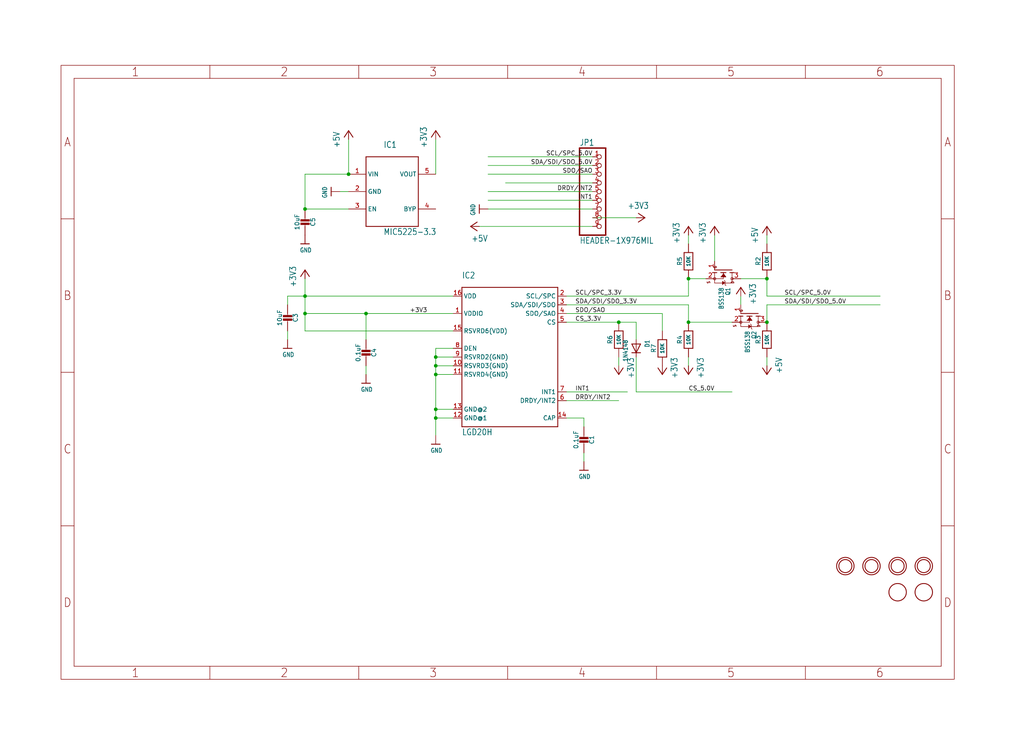
<source format=kicad_sch>
(kicad_sch (version 20211123) (generator eeschema)
  (paper "User" 298.45 217.881)
  (lib_symbols
    (symbol "eagleSchem-eagle-import:+3V3" (power)
      (property "Value" "+3V3" (at -2.54 -5.08 90))
      (symbol "+3V3_1_0"
        (polyline (pts (xy 0 0) (xy -1.27 -1.905)) (stroke (width 0.254)))
        (polyline (pts (xy 1.27 -1.905) (xy 0 0)) (stroke (width 0.254)))
        (pin power_in line (at 0 -2.54 90) (length 2.54) (name "+3V3") (number "1"))
      )
    )
    (symbol "eagleSchem-eagle-import:+5V" (power)
      (property "Value" "+5V" (at -2.54 -5.08 90))
      (symbol "+5V_1_0"
        (polyline (pts (xy 0 0) (xy -1.27 -1.905)) (stroke (width 0.254)))
        (polyline (pts (xy 1.27 -1.905) (xy 0 0)) (stroke (width 0.254)))
        (pin power_in line (at 0 -2.54 90) (length 2.54) (name "+5V") (number "1"))
      )
    )
    (symbol "eagleSchem-eagle-import:CAP_CERAMIC0805-NOOUTLINE"
      (property "Reference" "C" (at -2.29 1.25 90))
      (property "Value" "CAP_CERAMIC0805-NOOUTLINE" (at 2.3 1.25 90))
      (symbol "CAP_CERAMIC0805-NOOUTLINE_1_0"
        (rectangle (start -1.27 0.508) (end 1.27 1.016) (fill (type outline)))
        (rectangle (start -1.27 1.524) (end 1.27 2.032) (fill (type outline)))
        (polyline (pts (xy 0 0.762) (xy 0 0)) (stroke (width 0.1524)))
        (polyline (pts (xy 0 2.54) (xy 0 1.778)) (stroke (width 0.1524)))
        (pin passive line (at 0 5.08 270) (length 2.54) (name "1") (number "1"))
        (pin passive line (at 0 -2.54 90) (length 2.54) (name "2") (number "2"))
      )
    )
    (symbol "eagleSchem-eagle-import:DIODESOD-323F"
      (property "Reference" "D" (at -2.54 2.54 0))
      (property "Value" "DIODESOD-323F" (at -2.54 -3.81 0))
      (symbol "DIODESOD-323F_1_0"
        (polyline (pts (xy -1.27 -1.27) (xy 1.27 0)) (stroke (width 0.254)))
        (polyline (pts (xy -1.27 1.27) (xy -1.27 -1.27)) (stroke (width 0.254)))
        (polyline (pts (xy 1.27 0) (xy -1.27 1.27)) (stroke (width 0.254)))
        (polyline (pts (xy 1.27 0) (xy 1.27 -1.27)) (stroke (width 0.254)))
        (polyline (pts (xy 1.27 1.27) (xy 1.27 0)) (stroke (width 0.254)))
        (pin passive line (at -2.54 0 0) (length 2.54) (name "A") (number "A"))
        (pin passive line (at 2.54 0 180) (length 2.54) (name "C") (number "C"))
      )
    )
    (symbol "eagleSchem-eagle-import:FIDUCIAL"
      (symbol "FIDUCIAL_1_0"
        (circle (center 0 0) (radius 2.54) (stroke (width 0.254)))
      )
    )
    (symbol "eagleSchem-eagle-import:FRAME_A4"
      (symbol "FRAME_A4_0_0"
        (polyline (pts (xy 0 44.7675) (xy 3.81 44.7675)))
        (polyline (pts (xy 0 89.535) (xy 3.81 89.535)))
        (polyline (pts (xy 0 134.3025) (xy 3.81 134.3025)))
        (polyline (pts (xy 3.81 3.81) (xy 3.81 175.26)))
        (polyline (pts (xy 43.3917 0) (xy 43.3917 3.81)))
        (polyline (pts (xy 43.3917 175.26) (xy 43.3917 179.07)))
        (polyline (pts (xy 86.7833 0) (xy 86.7833 3.81)))
        (polyline (pts (xy 86.7833 175.26) (xy 86.7833 179.07)))
        (polyline (pts (xy 130.175 0) (xy 130.175 3.81)))
        (polyline (pts (xy 130.175 175.26) (xy 130.175 179.07)))
        (polyline (pts (xy 173.5667 0) (xy 173.5667 3.81)))
        (polyline (pts (xy 173.5667 175.26) (xy 173.5667 179.07)))
        (polyline (pts (xy 216.9583 0) (xy 216.9583 3.81)))
        (polyline (pts (xy 216.9583 175.26) (xy 216.9583 179.07)))
        (polyline (pts (xy 256.54 3.81) (xy 3.81 3.81)))
        (polyline (pts (xy 256.54 3.81) (xy 256.54 175.26)))
        (polyline (pts (xy 256.54 44.7675) (xy 260.35 44.7675)))
        (polyline (pts (xy 256.54 89.535) (xy 260.35 89.535)))
        (polyline (pts (xy 256.54 134.3025) (xy 260.35 134.3025)))
        (polyline (pts (xy 256.54 175.26) (xy 3.81 175.26)))
        (polyline (pts (xy 0 0) (xy 260.35 0) (xy 260.35 179.07) (xy 0 179.07) (xy 0 0)))
        (text "1" (at 21.6958 1.905 0) (effects (font (size 2.54 2.286))))
        (text "1" (at 21.6958 177.165 0) (effects (font (size 2.54 2.286))))
        (text "2" (at 65.0875 1.905 0) (effects (font (size 2.54 2.286))))
        (text "2" (at 65.0875 177.165 0) (effects (font (size 2.54 2.286))))
        (text "3" (at 108.4792 1.905 0) (effects (font (size 2.54 2.286))))
        (text "3" (at 108.4792 177.165 0) (effects (font (size 2.54 2.286))))
        (text "4" (at 151.8708 1.905 0) (effects (font (size 2.54 2.286))))
        (text "4" (at 151.8708 177.165 0) (effects (font (size 2.54 2.286))))
        (text "5" (at 195.2625 1.905 0) (effects (font (size 2.54 2.286))))
        (text "5" (at 195.2625 177.165 0) (effects (font (size 2.54 2.286))))
        (text "6" (at 238.6542 1.905 0) (effects (font (size 2.54 2.286))))
        (text "6" (at 238.6542 177.165 0) (effects (font (size 2.54 2.286))))
        (text "A" (at 1.905 156.6863 0) (effects (font (size 2.54 2.286))))
        (text "A" (at 258.445 156.6863 0) (effects (font (size 2.54 2.286))))
        (text "B" (at 1.905 111.9188 0) (effects (font (size 2.54 2.286))))
        (text "B" (at 258.445 111.9188 0) (effects (font (size 2.54 2.286))))
        (text "C" (at 1.905 67.1513 0) (effects (font (size 2.54 2.286))))
        (text "C" (at 258.445 67.1513 0) (effects (font (size 2.54 2.286))))
        (text "D" (at 1.905 22.3838 0) (effects (font (size 2.54 2.286))))
        (text "D" (at 258.445 22.3838 0) (effects (font (size 2.54 2.286))))
      )
      (symbol "FRAME_A4_1_0"
        (polyline (pts (xy 256.54 3.81) (xy 256.54 8.89)) (stroke (width 0.1016)))
        (polyline (pts (xy 256.54 8.89) (xy 256.54 13.97)) (stroke (width 0.1016)))
        (polyline (pts (xy 256.54 13.97) (xy 256.54 19.05)) (stroke (width 0.1016)))
        (polyline (pts (xy 256.54 19.05) (xy 256.54 36.83)) (stroke (width 0.1016)))
      )
      (symbol "FRAME_A4_2_0"
        (polyline (pts (xy 1.27 -6.35) (xy 1.27 0)) (stroke (width 0.1016)))
        (polyline (pts (xy 1.27 0) (xy 82.55 0)) (stroke (width 0.1016)))
        (polyline (pts (xy 82.55 -6.35) (xy 1.27 -6.35)) (stroke (width 0.1016)))
        (polyline (pts (xy 82.55 0) (xy 82.55 -6.35)) (stroke (width 0.1016)))
        (text "PART OR WHOLE IS STRICTLY PROHIBITED WITHOUT WRITTEN PERMISSION!" (at 3.81 -5.08 0) (effects (font (size 1.27 1.0795)) (justify left bottom)))
        (text "PROPRIETARY" (at 3.81 -10.16 0) (effects (font (size 2.54 2.159) (thickness 0.4318) bold) (justify left bottom)))
        (text "THIS DRAWING CONTAINS CONFIDENTIAL INFORMATION. ANY REPRODUCTION IN" (at 3.81 -2.794 0) (effects (font (size 1.27 1.0795)) (justify left bottom)))
      )
      (symbol "FRAME_A4_3_0"
        (polyline (pts (xy 0 1.27) (xy 20.32 1.27)) (stroke (width 0.6096)))
        (polyline (pts (xy 0 10.16) (xy 0 1.27)) (stroke (width 0.6096)))
        (polyline (pts (xy 0 10.16) (xy 20.32 10.16)) (stroke (width 0.3048)))
        (polyline (pts (xy 0 19.05) (xy 0 10.16)) (stroke (width 0.6096)))
        (polyline (pts (xy 0 19.05) (xy 20.32 19.05)) (stroke (width 0.3048)))
        (polyline (pts (xy 0 27.94) (xy 0 19.05)) (stroke (width 0.6096)))
        (polyline (pts (xy 0 27.94) (xy 20.32 27.94)) (stroke (width 0.3048)))
        (polyline (pts (xy 0 34.29) (xy 0 27.94)) (stroke (width 0.6096)))
        (polyline (pts (xy 20.32 1.27) (xy 20.32 6.35)) (stroke (width 0.3048)))
        (polyline (pts (xy 20.32 1.27) (xy 95.885 1.27)) (stroke (width 0.6096)))
        (polyline (pts (xy 20.32 6.35) (xy 20.32 10.16)) (stroke (width 0.3048)))
        (polyline (pts (xy 20.32 6.35) (xy 88.9 6.35)) (stroke (width 0.3048)))
        (polyline (pts (xy 20.32 10.16) (xy 20.32 19.05)) (stroke (width 0.3048)))
        (polyline (pts (xy 20.32 16.51) (xy 20.32 19.05)) (stroke (width 0.3048)))
        (polyline (pts (xy 20.32 19.05) (xy 20.32 27.94)) (stroke (width 0.3048)))
        (polyline (pts (xy 20.32 27.94) (xy 20.32 34.29)) (stroke (width 0.3048)))
        (polyline (pts (xy 20.32 27.94) (xy 65.0875 27.94)) (stroke (width 0.3048)))
        (polyline (pts (xy 20.32 34.29) (xy 0 34.29)) (stroke (width 0.6096)))
        (polyline (pts (xy 65.0875 27.94) (xy 106.045 27.94)) (stroke (width 0.3048)))
        (polyline (pts (xy 65.0875 34.29) (xy 20.32 34.29)) (stroke (width 0.6096)))
        (polyline (pts (xy 88.9 6.35) (xy 95.885 6.35)) (stroke (width 0.3048)))
        (polyline (pts (xy 88.9 16.51) (xy 20.32 16.51)) (stroke (width 0.3048)))
        (polyline (pts (xy 88.9 16.51) (xy 88.9 6.35)) (stroke (width 0.3048)))
        (polyline (pts (xy 95.885 1.27) (xy 121.92 1.27)) (stroke (width 0.6096)))
        (polyline (pts (xy 95.885 6.35) (xy 95.885 1.27)) (stroke (width 0.3048)))
        (polyline (pts (xy 95.885 6.35) (xy 121.92 6.35)) (stroke (width 0.3048)))
        (polyline (pts (xy 101.6 13.0175) (xy 102.5525 13.0175)) (stroke (width 0.254)))
        (polyline (pts (xy 106.045 27.94) (xy 106.045 34.29)) (stroke (width 0.3048)))
        (polyline (pts (xy 106.045 27.94) (xy 110.49 27.94)) (stroke (width 0.3048)))
        (polyline (pts (xy 106.045 34.29) (xy 65.0875 34.29)) (stroke (width 0.6096)))
        (polyline (pts (xy 110.49 16.51) (xy 88.9 16.51)) (stroke (width 0.3048)))
        (polyline (pts (xy 110.49 27.94) (xy 110.49 16.51)) (stroke (width 0.3048)))
        (polyline (pts (xy 110.49 27.94) (xy 113.03 27.94)) (stroke (width 0.3048)))
        (polyline (pts (xy 113.03 27.94) (xy 121.92 27.94)) (stroke (width 0.3048)))
        (polyline (pts (xy 113.03 34.29) (xy 106.045 34.29)) (stroke (width 0.6096)))
        (polyline (pts (xy 121.92 6.35) (xy 121.92 1.27)) (stroke (width 0.6096)))
        (polyline (pts (xy 121.92 16.51) (xy 110.49 16.51)) (stroke (width 0.3048)))
        (polyline (pts (xy 121.92 16.51) (xy 121.92 6.35)) (stroke (width 0.6096)))
        (polyline (pts (xy 121.92 27.94) (xy 121.92 16.51)) (stroke (width 0.6096)))
        (polyline (pts (xy 121.92 34.29) (xy 113.03 34.29)) (stroke (width 0.6096)))
        (polyline (pts (xy 121.92 34.29) (xy 121.92 27.94)) (stroke (width 0.6096)))
        (circle (center 109.5375 31.115) (radius 1.4199) (stroke (width 0.254)))
        (text "2013" (at 112.7125 30.1625 0) (effects (font (size 1.778 1.5113)) (justify left bottom)))
        (text ">CHECKED" (at 2.54 11.43 0) (effects (font (size 1.778 1.5113)) (justify left bottom)))
        (text ">COMPANY" (at 23.6538 29.3687 0) (effects (font (size 3.175 2.6987) (thickness 0.5397) bold) (justify left bottom)))
        (text ">DATE" (at 2.54 2.54 0) (effects (font (size 1.778 1.5113)) (justify left bottom)))
        (text ">DRAWING_NAME" (at 33.3375 2.54 0) (effects (font (size 2.54 2.159)) (justify left bottom)))
        (text ">DRAWN" (at 2.54 20.32 0) (effects (font (size 1.778 1.5113)) (justify left bottom)))
        (text ">DRGNO" (at 91.44 8.89 0) (effects (font (size 2.1844 1.8567)) (justify left bottom)))
        (text ">LAST_DATE_TIME" (at 33.02 8.89 0) (effects (font (size 2.54 2.159)) (justify left bottom)))
        (text ">REV" (at 114.3 18.415 0) (effects (font (size 3.81 3.2385)) (justify left bottom)))
        (text ">SHEET" (at 109.22 2.54 0) (effects (font (size 2.54 2.54)) (justify left bottom)))
        (text "C" (at 109.0612 30.48 0) (effects (font (size 1.27 1.0795)) (justify left bottom)))
        (text "CHECKED" (at 1.27 15.875 0) (effects (font (size 1.778 1.5113)) (justify left bottom)))
        (text "DATE" (at 1.27 6.985 0) (effects (font (size 1.778 1.5113)) (justify left bottom)))
        (text "DATE" (at 21.59 12.7 0) (effects (font (size 2.54 2.54)) (justify left bottom)))
        (text "DRAWN" (at 1.27 24.765 0) (effects (font (size 1.778 1.5113)) (justify left bottom)))
        (text "DRG" (at 90.17 12.7 0) (effects (font (size 2.54 2.54)) (justify left bottom)))
        (text "FILE:" (at 21.59 2.54 0) (effects (font (size 2.54 2.54)) (justify left bottom)))
        (text "ISSUE" (at 5.3975 30.1625 0) (effects (font (size 1.9304 1.6408)) (justify left bottom)))
        (text "N" (at 98.7425 12.7 0) (effects (font (size 2.54 2.54)) (justify left bottom)))
        (text "o" (at 101.2825 13.6525 0) (effects (font (size 2.1844 1.8567)) (justify left bottom)))
        (text "PAGE:" (at 97.155 2.54 0) (effects (font (size 2.54 2.54)) (justify left bottom)))
        (text "REV" (at 112.7125 24.13 0) (effects (font (size 2.54 2.54)) (justify left bottom)))
        (text "TITLE" (at 21.59 24.13 0) (effects (font (size 2.54 2.54)) (justify left bottom)))
      )
    )
    (symbol "eagleSchem-eagle-import:GND" (power)
      (property "Value" "GND" (at -1.524 -2.54 0))
      (symbol "GND_1_0"
        (polyline (pts (xy -1.27 0) (xy 1.27 0)) (stroke (width 0.254)))
        (pin power_in line (at 0 2.54 270) (length 2.54) (name "GND") (number "1"))
      )
    )
    (symbol "eagleSchem-eagle-import:GYRO_L3GD20H"
      (property "Value" "GYRO_L3GD20H" (at -15.24 -22.86 0))
      (symbol "GYRO_L3GD20H_1_0"
        (polyline (pts (xy -15.24 -20.32) (xy -15.24 20.32)) (stroke (width 0.254)))
        (polyline (pts (xy -15.24 20.32) (xy 12.7 20.32)) (stroke (width 0.254)))
        (polyline (pts (xy 12.7 -20.32) (xy -15.24 -20.32)) (stroke (width 0.254)))
        (polyline (pts (xy 12.7 20.32) (xy 12.7 -20.32)) (stroke (width 0.254)))
        (pin power_in line (at -17.78 12.7 0) (length 2.54) (name "VDDIO") (number "1"))
        (pin bidirectional line (at -17.78 -2.54 0) (length 2.54) (name "RSVRD3(GND)") (number "10"))
        (pin bidirectional line (at -17.78 -5.08 0) (length 2.54) (name "RSVRD4(GND)") (number "11"))
        (pin bidirectional line (at -17.78 -17.78 0) (length 2.54) (name "GND@1") (number "12"))
        (pin bidirectional line (at -17.78 -15.24 0) (length 2.54) (name "GND@2") (number "13"))
        (pin bidirectional line (at 15.24 -17.78 180) (length 2.54) (name "CAP") (number "14"))
        (pin bidirectional line (at -17.78 7.62 0) (length 2.54) (name "RSVRD6(VDD)") (number "15"))
        (pin bidirectional line (at -17.78 17.78 0) (length 2.54) (name "VDD") (number "16"))
        (pin bidirectional line (at 15.24 17.78 180) (length 2.54) (name "SCL/SPC") (number "2"))
        (pin bidirectional line (at 15.24 15.24 180) (length 2.54) (name "SDA/SDI/SDO") (number "3"))
        (pin bidirectional line (at 15.24 12.7 180) (length 2.54) (name "SDO/SAO") (number "4"))
        (pin bidirectional line (at 15.24 10.16 180) (length 2.54) (name "CS") (number "5"))
        (pin bidirectional line (at 15.24 -12.7 180) (length 2.54) (name "DRDY/INT2") (number "6"))
        (pin bidirectional line (at 15.24 -10.16 180) (length 2.54) (name "INT1") (number "7"))
        (pin bidirectional line (at -17.78 2.54 0) (length 2.54) (name "DEN") (number "8"))
        (pin bidirectional line (at -17.78 0 0) (length 2.54) (name "RSVRD2(GND)") (number "9"))
      )
    )
    (symbol "eagleSchem-eagle-import:HEADER-1X976MIL"
      (property "Reference" "JP" (at -6.35 13.335 0))
      (property "Value" "HEADER-1X976MIL" (at -6.35 -15.24 0))
      (symbol "HEADER-1X976MIL_1_0"
        (polyline (pts (xy -6.35 -12.7) (xy 1.27 -12.7)) (stroke (width 0.4064)))
        (polyline (pts (xy -6.35 12.7) (xy -6.35 -12.7)) (stroke (width 0.4064)))
        (polyline (pts (xy 1.27 -12.7) (xy 1.27 12.7)) (stroke (width 0.4064)))
        (polyline (pts (xy 1.27 12.7) (xy -6.35 12.7)) (stroke (width 0.4064)))
        (pin passive inverted (at -2.54 10.16 0) (length 2.54) (name "1") (number "1"))
        (pin passive inverted (at -2.54 7.62 0) (length 2.54) (name "2") (number "2"))
        (pin passive inverted (at -2.54 5.08 0) (length 2.54) (name "3") (number "3"))
        (pin passive inverted (at -2.54 2.54 0) (length 2.54) (name "4") (number "4"))
        (pin passive inverted (at -2.54 0 0) (length 2.54) (name "5") (number "5"))
        (pin passive inverted (at -2.54 -2.54 0) (length 2.54) (name "6") (number "6"))
        (pin passive inverted (at -2.54 -5.08 0) (length 2.54) (name "7") (number "7"))
        (pin passive inverted (at -2.54 -7.62 0) (length 2.54) (name "8") (number "8"))
        (pin passive inverted (at -2.54 -10.16 0) (length 2.54) (name "9") (number "9"))
      )
    )
    (symbol "eagleSchem-eagle-import:LP298XS"
      (property "Reference" "IC" (at -12.7 -5.08 90))
      (property "Value" "LP298XS" (at 12.7 -5.08 90))
      (symbol "LP298XS_1_0"
        (polyline (pts (xy -10.16 -10.16) (xy 10.16 -10.16)) (stroke (width 0.254)))
        (polyline (pts (xy -10.16 5.08) (xy -10.16 -10.16)) (stroke (width 0.254)))
        (polyline (pts (xy 10.16 -10.16) (xy 10.16 5.08)) (stroke (width 0.254)))
        (polyline (pts (xy 10.16 5.08) (xy -10.16 5.08)) (stroke (width 0.254)))
        (pin bidirectional line (at -5.08 -15.24 90) (length 5.08) (name "VIN") (number "1"))
        (pin bidirectional line (at 0 -15.24 90) (length 5.08) (name "GND") (number "2"))
        (pin bidirectional line (at 5.08 -15.24 90) (length 5.08) (name "EN") (number "3"))
        (pin bidirectional line (at 5.08 10.16 270) (length 5.08) (name "BYP") (number "4"))
        (pin bidirectional line (at -5.08 10.16 270) (length 5.08) (name "VOUT") (number "5"))
      )
    )
    (symbol "eagleSchem-eagle-import:MOSFET-NREFLOW"
      (property "Reference" "Q" (at 5.08 0.635 0))
      (property "Value" "MOSFET-NREFLOW" (at 5.08 -1.27 0))
      (symbol "MOSFET-NREFLOW_1_0"
        (polyline (pts (xy 0 2.54) (xy 0 -2.54)) (stroke (width 0.254)))
        (polyline (pts (xy 0.762 -2.54) (xy 0.762 -3.175)) (stroke (width 0.254)))
        (polyline (pts (xy 0.762 -1.905) (xy 0.762 -2.54)) (stroke (width 0.254)))
        (polyline (pts (xy 0.762 0) (xy 0.762 -0.762)) (stroke (width 0.254)))
        (polyline (pts (xy 0.762 0) (xy 2.54 0)) (stroke (width 0.1524)))
        (polyline (pts (xy 0.762 0.762) (xy 0.762 0)) (stroke (width 0.254)))
        (polyline (pts (xy 0.762 2.54) (xy 0.762 1.905)) (stroke (width 0.254)))
        (polyline (pts (xy 0.762 2.54) (xy 3.81 2.54)) (stroke (width 0.1524)))
        (polyline (pts (xy 0.762 3.175) (xy 0.762 2.54)) (stroke (width 0.254)))
        (polyline (pts (xy 2.54 -2.54) (xy 0.762 -2.54)) (stroke (width 0.1524)))
        (polyline (pts (xy 2.54 -2.54) (xy 3.81 -2.54)) (stroke (width 0.1524)))
        (polyline (pts (xy 2.54 0) (xy 2.54 -2.54)) (stroke (width 0.1524)))
        (polyline (pts (xy 3.302 0.508) (xy 3.048 0.254)) (stroke (width 0.1524)))
        (polyline (pts (xy 3.81 0.508) (xy 3.302 0.508)) (stroke (width 0.1524)))
        (polyline (pts (xy 3.81 0.508) (xy 3.81 -2.54)) (stroke (width 0.1524)))
        (polyline (pts (xy 3.81 2.54) (xy 3.81 0.508)) (stroke (width 0.1524)))
        (polyline (pts (xy 4.318 0.508) (xy 3.81 0.508)) (stroke (width 0.1524)))
        (polyline (pts (xy 4.572 0.762) (xy 4.318 0.508)) (stroke (width 0.1524)))
        (polyline (pts (xy 1.016 0) (xy 2.032 0.762) (xy 2.032 -0.762)) (fill (type outline)))
        (polyline (pts (xy 3.81 0.508) (xy 3.302 -0.254) (xy 4.318 -0.254)) (fill (type outline)))
        (circle (center 2.54 -2.54) (radius 0.3592))
        (circle (center 2.54 2.54) (radius 0.3592))
        (text "D" (at 3.175 3.175 0) (effects (font (size 0.8128 0.6908)) (justify left bottom)))
        (text "G" (at -1.27 -1.905 0) (effects (font (size 0.8128 0.6908)) (justify left bottom)))
        (text "S" (at 3.175 -3.81 0) (effects (font (size 0.8128 0.6908)) (justify left bottom)))
        (pin bidirectional line (at -2.54 -2.54 0) (length 2.54) (name "G") (number "1"))
        (pin bidirectional line (at 2.54 -5.08 90) (length 2.54) (name "S") (number "2"))
        (pin bidirectional line (at 2.54 5.08 270) (length 2.54) (name "D") (number "3"))
      )
    )
    (symbol "eagleSchem-eagle-import:MOUNTINGHOLE2.0"
      (symbol "MOUNTINGHOLE2.0_1_0"
        (circle (center 0 0) (radius 1.905) (stroke (width 0.254)))
        (circle (center 0 0) (radius 2.54) (stroke (width 0.254)))
      )
    )
    (symbol "eagleSchem-eagle-import:RESISTOR0805_NOOUTLINE"
      (property "Reference" "R" (at 0 2.54 0))
      (property "Value" "RESISTOR0805_NOOUTLINE" (at 0 0 0))
      (symbol "RESISTOR0805_NOOUTLINE_1_0"
        (polyline (pts (xy -2.54 -1.27) (xy -2.54 1.27)) (stroke (width 0.254)))
        (polyline (pts (xy -2.54 1.27) (xy 2.54 1.27)) (stroke (width 0.254)))
        (polyline (pts (xy 2.54 -1.27) (xy -2.54 -1.27)) (stroke (width 0.254)))
        (polyline (pts (xy 2.54 1.27) (xy 2.54 -1.27)) (stroke (width 0.254)))
        (pin passive line (at -5.08 0 0) (length 2.54) (name "1") (number "1"))
        (pin passive line (at 5.08 0 180) (length 2.54) (name "2") (number "2"))
      )
    )
    (symbol "eagleSchem-eagle-import:RESISTOR_0805MP"
      (property "Reference" "R" (at 0 2.54 0))
      (property "Value" "RESISTOR_0805MP" (at 0 0 0))
      (symbol "RESISTOR_0805MP_1_0"
        (polyline (pts (xy -2.54 -1.27) (xy -2.54 1.27)) (stroke (width 0.254)))
        (polyline (pts (xy -2.54 1.27) (xy 2.54 1.27)) (stroke (width 0.254)))
        (polyline (pts (xy 2.54 -1.27) (xy -2.54 -1.27)) (stroke (width 0.254)))
        (polyline (pts (xy 2.54 1.27) (xy 2.54 -1.27)) (stroke (width 0.254)))
        (pin passive line (at -5.08 0 0) (length 2.54) (name "1") (number "1"))
        (pin passive line (at 5.08 0 180) (length 2.54) (name "2") (number "2"))
      )
    )
  )
  (junction (at 127 109.22))
  (junction (at 180.34 93.98))
  (junction (at 88.9 91.44))
  (junction (at 101.6 50.8))
  (junction (at 127 104.14))
  (junction (at 223.52 93.98))
  (junction (at 223.52 81.28))
  (junction (at 127 106.68))
  (junction (at 127 119.38))
  (junction (at 200.66 81.28))
  (junction (at 127 121.92))
  (junction (at 200.66 93.98))
  (junction (at 106.68 91.44))
  (junction (at 88.9 60.96))
  (junction (at 88.9 86.36))
  (wire (pts (xy 132.08 96.52) (xy 88.9 96.52)))
  (wire (pts (xy 132.08 119.38) (xy 127 119.38)))
  (wire (pts (xy 172.72 48.26) (xy 142.24 48.26)))
  (wire (pts (xy 127 104.14) (xy 127 106.68)))
  (wire (pts (xy 101.6 40.64) (xy 101.6 50.8)))
  (wire (pts (xy 185.42 63.5) (xy 172.72 63.5)))
  (wire (pts (xy 106.68 106.68) (xy 106.68 109.22)))
  (wire (pts (xy 223.52 81.28) (xy 223.52 86.36)))
  (wire (pts (xy 165.1 93.98) (xy 180.34 93.98)))
  (wire (pts (xy 88.9 86.36) (xy 83.82 86.36)))
  (wire (pts (xy 127 121.92) (xy 127 127)))
  (wire (pts (xy 88.9 91.44) (xy 88.9 86.36)))
  (wire (pts (xy 132.08 121.92) (xy 127 121.92)))
  (wire (pts (xy 223.52 93.98) (xy 223.52 88.9)))
  (wire (pts (xy 99.06 55.88) (xy 101.6 55.88)))
  (wire (pts (xy 208.28 76.2) (xy 208.28 68.58)))
  (wire (pts (xy 223.52 106.68) (xy 223.52 104.14)))
  (wire (pts (xy 142.24 50.8) (xy 172.72 50.8)))
  (wire (pts (xy 83.82 96.52) (xy 83.82 99.06)))
  (wire (pts (xy 256.54 88.9) (xy 223.52 88.9)))
  (wire (pts (xy 127 106.68) (xy 127 109.22)))
  (wire (pts (xy 132.08 104.14) (xy 127 104.14)))
  (wire (pts (xy 106.68 91.44) (xy 88.9 91.44)))
  (wire (pts (xy 170.18 121.92) (xy 165.1 121.92)))
  (wire (pts (xy 127 101.6) (xy 127 104.14)))
  (wire (pts (xy 185.42 114.3) (xy 213.36 114.3)))
  (wire (pts (xy 127 119.38) (xy 127 121.92)))
  (wire (pts (xy 147.32 53.34) (xy 172.72 53.34)))
  (wire (pts (xy 213.36 93.98) (xy 200.66 93.98)))
  (wire (pts (xy 165.1 91.44) (xy 193.04 91.44)))
  (wire (pts (xy 139.7 66.04) (xy 172.72 66.04)))
  (wire (pts (xy 88.9 81.28) (xy 88.9 86.36)))
  (wire (pts (xy 165.1 114.3) (xy 182.88 114.3)))
  (wire (pts (xy 200.66 68.58) (xy 200.66 71.12)))
  (wire (pts (xy 142.24 45.72) (xy 172.72 45.72)))
  (wire (pts (xy 185.42 104.14) (xy 185.42 114.3)))
  (wire (pts (xy 170.18 132.08) (xy 170.18 134.62)))
  (wire (pts (xy 132.08 109.22) (xy 127 109.22)))
  (wire (pts (xy 170.18 124.46) (xy 170.18 121.92)))
  (wire (pts (xy 165.1 116.84) (xy 180.34 116.84)))
  (wire (pts (xy 132.08 91.44) (xy 106.68 91.44)))
  (wire (pts (xy 88.9 50.8) (xy 101.6 50.8)))
  (wire (pts (xy 200.66 86.36) (xy 200.66 81.28)))
  (wire (pts (xy 223.52 86.36) (xy 256.54 86.36)))
  (wire (pts (xy 200.66 81.28) (xy 205.74 81.28)))
  (wire (pts (xy 88.9 60.96) (xy 88.9 50.8)))
  (wire (pts (xy 185.42 93.98) (xy 185.42 99.06)))
  (wire (pts (xy 165.1 88.9) (xy 200.66 88.9)))
  (wire (pts (xy 88.9 96.52) (xy 88.9 91.44)))
  (wire (pts (xy 165.1 86.36) (xy 200.66 86.36)))
  (wire (pts (xy 223.52 68.58) (xy 223.52 71.12)))
  (wire (pts (xy 142.24 58.42) (xy 172.72 58.42)))
  (wire (pts (xy 101.6 60.96) (xy 88.9 60.96)))
  (wire (pts (xy 193.04 91.44) (xy 193.04 96.52)))
  (wire (pts (xy 127 40.64) (xy 127 50.8)))
  (wire (pts (xy 83.82 86.36) (xy 83.82 88.9)))
  (wire (pts (xy 106.68 91.44) (xy 106.68 99.06)))
  (wire (pts (xy 132.08 101.6) (xy 127 101.6)))
  (wire (pts (xy 132.08 106.68) (xy 127 106.68)))
  (wire (pts (xy 127 109.22) (xy 127 119.38)))
  (wire (pts (xy 142.24 55.88) (xy 172.72 55.88)))
  (wire (pts (xy 215.9 86.36) (xy 215.9 88.9)))
  (wire (pts (xy 180.34 106.68) (xy 180.34 104.14)))
  (wire (pts (xy 142.24 60.96) (xy 172.72 60.96)))
  (wire (pts (xy 200.66 106.68) (xy 200.66 104.14)))
  (wire (pts (xy 200.66 93.98) (xy 200.66 88.9)))
  (wire (pts (xy 180.34 93.98) (xy 185.42 93.98)))
  (wire (pts (xy 132.08 86.36) (xy 88.9 86.36)))
  (wire (pts (xy 215.9 81.28) (xy 223.52 81.28)))
  (label "SCL/SPC_5.0V" (at 228.6 86.36 0) (effects (font (size 1.2446 1.2446))))
  (label "SDA/SDI/SDO_5.0V" (at 172.72 48.26 180) (effects (font (size 1.2446 1.2446))))
  (label "SDO/SAO" (at 167.64 91.44 0) (effects (font (size 1.2446 1.2446))))
  (label "SDA/SDI/SDO_5.0V" (at 228.6 88.9 0) (effects (font (size 1.2446 1.2446))))
  (label "SDO/SAO" (at 172.72 50.8 180) (effects (font (size 1.2446 1.2446))))
  (label "CS_3.3V" (at 167.64 93.98 0) (effects (font (size 1.2446 1.2446))))
  (label "+3V3" (at 119.38 91.44 0) (effects (font (size 1.2446 1.2446))))
  (label "CS_5.0V" (at 200.66 114.3 0) (effects (font (size 1.2446 1.2446))))
  (label "DRDY/INT2" (at 167.64 116.84 0) (effects (font (size 1.2446 1.2446))))
  (label "SDA/SDI/SDO_3.3V" (at 167.64 88.9 0) (effects (font (size 1.2446 1.2446))))
  (label "DRDY/INT2" (at 172.72 55.88 180) (effects (font (size 1.2446 1.2446))))
  (label "INT1" (at 167.64 114.3 0) (effects (font (size 1.2446 1.2446))))
  (label "SCL/SPC_3.3V" (at 167.64 86.36 0) (effects (font (size 1.2446 1.2446))))
  (label "SCL/SPC_5.0V" (at 172.72 45.72 180) (effects (font (size 1.2446 1.2446))))
  (label "INT1" (at 172.72 58.42 180) (effects (font (size 1.2446 1.2446))))
  (symbol (lib_id "eagleSchem-eagle-import:CAP_CERAMIC0805-NOOUTLINE") (at 88.9 63.5 180) (unit 1)
    (property "Reference" "C5" (at 91.19 64.75 90))
    (property "Value" "10uF" (at 86.6 64.75 90))
    (property "Footprint" "eagleSchem:0805-NO" (effects hide))
  )
  (symbol (lib_id "eagleSchem-eagle-import:RESISTOR_0805MP") (at 223.52 99.06 90) (unit 1)
    (property "Reference" "R3" (at 220.98 99.06 0))
    (property "Value" "10K" (at 223.52 99.06 0) (effects (font (size 1.016 1.016) bold)))
    (property "Footprint" "eagleSchem:_0805MP" (effects hide))
  )
  (symbol (lib_id "eagleSchem-eagle-import:MOUNTINGHOLE2.0") (at 269.24 165.1 0) (unit 1)
    (property "Reference" "U$12" (effects hide))
    (property "Value" "MOUNTINGHOLE2.0" (effects hide))
    (property "Footprint" "eagleSchem:MOUNTINGHOLE_2.0_PLATED" (effects hide))
  )
  (symbol (lib_id "eagleSchem-eagle-import:RESISTOR0805_NOOUTLINE") (at 200.66 76.2 90) (unit 1)
    (property "Reference" "R5" (at 198.12 76.2 0))
    (property "Value" "10K" (at 200.66 76.2 0) (effects (font (size 1.016 1.016) bold)))
    (property "Footprint" "eagleSchem:0805-NO" (effects hide))
  )
  (symbol (lib_id "eagleSchem-eagle-import:MOUNTINGHOLE2.0") (at 254 165.1 0) (unit 1)
    (property "Reference" "U$13" (effects hide))
    (property "Value" "MOUNTINGHOLE2.0" (effects hide))
    (property "Footprint" "eagleSchem:MOUNTINGHOLE_2.0_PLATED" (effects hide))
  )
  (symbol (lib_id "eagleSchem-eagle-import:MOSFET-NREFLOW") (at 210.82 78.74 270) (unit 1)
    (property "Reference" "Q1" (at 211.455 83.82 0) (effects (font (size 1.27 1.0795)) (justify left bottom)))
    (property "Value" "BSS138" (at 209.55 83.82 0) (effects (font (size 1.27 1.0795)) (justify left bottom)))
    (property "Footprint" "eagleSchem:SOT23" (effects hide))
  )
  (symbol (lib_id "eagleSchem-eagle-import:GND") (at 88.9 71.12 0) (unit 1)
    (property "Reference" "#U$8" (effects hide))
    (property "Value" "GND" (at 87.376 73.66 0) (effects (font (size 1.27 1.0795)) (justify left bottom)))
    (property "Footprint" "eagleSchem:" (effects hide))
  )
  (symbol (lib_id "eagleSchem-eagle-import:MOUNTINGHOLE2.0") (at 261.62 165.1 0) (unit 1)
    (property "Reference" "U$11" (effects hide))
    (property "Value" "MOUNTINGHOLE2.0" (effects hide))
    (property "Footprint" "eagleSchem:MOUNTINGHOLE_2.0_PLATED" (effects hide))
  )
  (symbol (lib_id "eagleSchem-eagle-import:MOSFET-NREFLOW") (at 218.44 91.44 270) (unit 1)
    (property "Reference" "Q2" (at 219.075 96.52 0) (effects (font (size 1.27 1.0795)) (justify left bottom)))
    (property "Value" "BSS138" (at 217.17 96.52 0) (effects (font (size 1.27 1.0795)) (justify left bottom)))
    (property "Footprint" "eagleSchem:SOT23" (effects hide))
  )
  (symbol (lib_id "eagleSchem-eagle-import:+3V3") (at 193.04 109.22 180) (unit 1)
    (property "Reference" "#+3V9" (effects hide))
    (property "Value" "+3V3" (at 195.58 104.14 90) (effects (font (size 1.778 1.5113)) (justify left bottom)))
    (property "Footprint" "eagleSchem:" (effects hide))
  )
  (symbol (lib_id "eagleSchem-eagle-import:FIDUCIAL") (at 261.62 172.72 0) (unit 1)
    (property "Reference" "U$16" (effects hide))
    (property "Value" "FIDUCIAL" (effects hide))
    (property "Footprint" "eagleSchem:FIDUCIAL_1MM" (effects hide))
  )
  (symbol (lib_id "eagleSchem-eagle-import:+3V3") (at 200.66 66.04 0) (unit 1)
    (property "Reference" "#+3V4" (effects hide))
    (property "Value" "+3V3" (at 198.12 71.12 90) (effects (font (size 1.778 1.5113)) (justify left bottom)))
    (property "Footprint" "eagleSchem:" (effects hide))
  )
  (symbol (lib_id "eagleSchem-eagle-import:+3V3") (at 180.34 109.22 180) (unit 1)
    (property "Reference" "#+3V1" (effects hide))
    (property "Value" "+3V3" (at 182.88 104.14 90) (effects (font (size 1.778 1.5113)) (justify left bottom)))
    (property "Footprint" "eagleSchem:" (effects hide))
  )
  (symbol (lib_id "eagleSchem-eagle-import:+3V3") (at 215.9 83.82 0) (mirror y) (unit 1)
    (property "Reference" "#+3V3" (effects hide))
    (property "Value" "+3V3" (at 218.44 88.9 90) (effects (font (size 1.778 1.5113)) (justify left bottom)))
    (property "Footprint" "eagleSchem:" (effects hide))
  )
  (symbol (lib_id "eagleSchem-eagle-import:CAP_CERAMIC0805-NOOUTLINE") (at 83.82 91.44 180) (unit 1)
    (property "Reference" "C3" (at 86.11 92.69 90))
    (property "Value" "10uF" (at 81.52 92.69 90))
    (property "Footprint" "eagleSchem:0805-NO" (effects hide))
  )
  (symbol (lib_id "eagleSchem-eagle-import:FIDUCIAL") (at 269.24 172.72 0) (unit 1)
    (property "Reference" "U$15" (effects hide))
    (property "Value" "FIDUCIAL" (effects hide))
    (property "Footprint" "eagleSchem:FIDUCIAL_1MM" (effects hide))
  )
  (symbol (lib_id "eagleSchem-eagle-import:+3V3") (at 187.96 63.5 270) (unit 1)
    (property "Reference" "#+3V8" (effects hide))
    (property "Value" "+3V3" (at 182.88 60.96 90) (effects (font (size 1.778 1.5113)) (justify left bottom)))
    (property "Footprint" "eagleSchem:" (effects hide))
  )
  (symbol (lib_id "eagleSchem-eagle-import:RESISTOR0805_NOOUTLINE") (at 223.52 76.2 90) (unit 1)
    (property "Reference" "R2" (at 220.98 76.2 0))
    (property "Value" "10K" (at 223.52 76.2 0) (effects (font (size 1.016 1.016) bold)))
    (property "Footprint" "eagleSchem:0805-NO" (effects hide))
  )
  (symbol (lib_id "eagleSchem-eagle-import:GYRO_L3GD20H") (at 149.86 104.14 0) (unit 1)
    (property "Reference" "IC2" (at 134.62 81.28 0) (effects (font (size 1.778 1.5113)) (justify left bottom)))
    (property "Value" "LGD20H" (at 134.62 127 0) (effects (font (size 1.778 1.5113)) (justify left bottom)))
    (property "Footprint" "eagleSchem:L3GD20H_LGA16L" (effects hide))
  )
  (symbol (lib_id "eagleSchem-eagle-import:+5V") (at 137.16 66.04 90) (unit 1)
    (property "Reference" "#P+4" (effects hide))
    (property "Value" "+5V" (at 142.24 68.58 90) (effects (font (size 1.778 1.5113)) (justify left bottom)))
    (property "Footprint" "eagleSchem:" (effects hide))
  )
  (symbol (lib_id "eagleSchem-eagle-import:+3V3") (at 88.9 78.74 0) (unit 1)
    (property "Reference" "#+3V7" (effects hide))
    (property "Value" "+3V3" (at 86.36 83.82 90) (effects (font (size 1.778 1.5113)) (justify left bottom)))
    (property "Footprint" "eagleSchem:" (effects hide))
  )
  (symbol (lib_id "eagleSchem-eagle-import:CAP_CERAMIC0805-NOOUTLINE") (at 170.18 127 180) (unit 1)
    (property "Reference" "C1" (at 172.47 128.25 90))
    (property "Value" "0.1uF" (at 167.88 128.25 90))
    (property "Footprint" "eagleSchem:0805-NO" (effects hide))
  )
  (symbol (lib_id "eagleSchem-eagle-import:DIODESOD-323F") (at 185.42 101.6 270) (unit 1)
    (property "Reference" "D1" (at 187.96 99.06 0) (effects (font (size 1.27 1.0795)) (justify left bottom)))
    (property "Value" "1N4148" (at 181.61 99.06 0) (effects (font (size 1.27 1.0795)) (justify left bottom)))
    (property "Footprint" "eagleSchem:SOD-323F" (effects hide))
  )
  (symbol (lib_id "eagleSchem-eagle-import:+5V") (at 101.6 38.1 0) (unit 1)
    (property "Reference" "#P+2" (effects hide))
    (property "Value" "+5V" (at 99.06 43.18 90) (effects (font (size 1.778 1.5113)) (justify left bottom)))
    (property "Footprint" "eagleSchem:" (effects hide))
  )
  (symbol (lib_id "eagleSchem-eagle-import:+3V3") (at 208.28 66.04 0) (unit 1)
    (property "Reference" "#+3V2" (effects hide))
    (property "Value" "+3V3" (at 205.74 71.12 90) (effects (font (size 1.778 1.5113)) (justify left bottom)))
    (property "Footprint" "eagleSchem:" (effects hide))
  )
  (symbol (lib_id "eagleSchem-eagle-import:+3V3") (at 200.66 109.22 180) (unit 1)
    (property "Reference" "#+3V5" (effects hide))
    (property "Value" "+3V3" (at 203.2 104.14 90) (effects (font (size 1.778 1.5113)) (justify left bottom)))
    (property "Footprint" "eagleSchem:" (effects hide))
  )
  (symbol (lib_id "eagleSchem-eagle-import:GND") (at 170.18 137.16 0) (unit 1)
    (property "Reference" "#U$1" (effects hide))
    (property "Value" "GND" (at 168.656 139.7 0) (effects (font (size 1.27 1.0795)) (justify left bottom)))
    (property "Footprint" "eagleSchem:" (effects hide))
  )
  (symbol (lib_id "eagleSchem-eagle-import:GND") (at 139.7 60.96 270) (unit 1)
    (property "Reference" "#U$9" (effects hide))
    (property "Value" "GND" (at 137.16 59.436 0) (effects (font (size 1.27 1.0795)) (justify left bottom)))
    (property "Footprint" "eagleSchem:" (effects hide))
  )
  (symbol (lib_id "eagleSchem-eagle-import:GND") (at 106.68 111.76 0) (unit 1)
    (property "Reference" "#U$7" (effects hide))
    (property "Value" "GND" (at 105.156 114.3 0) (effects (font (size 1.27 1.0795)) (justify left bottom)))
    (property "Footprint" "eagleSchem:" (effects hide))
  )
  (symbol (lib_id "eagleSchem-eagle-import:RESISTOR0805_NOOUTLINE") (at 193.04 101.6 90) (unit 1)
    (property "Reference" "R7" (at 190.5 101.6 0))
    (property "Value" "10K" (at 193.04 101.6 0) (effects (font (size 1.016 1.016) bold)))
    (property "Footprint" "eagleSchem:0805-NO" (effects hide))
  )
  (symbol (lib_id "eagleSchem-eagle-import:+5V") (at 223.52 109.22 180) (unit 1)
    (property "Reference" "#P+3" (effects hide))
    (property "Value" "+5V" (at 226.06 104.14 90) (effects (font (size 1.778 1.5113)) (justify left bottom)))
    (property "Footprint" "eagleSchem:" (effects hide))
  )
  (symbol (lib_id "eagleSchem-eagle-import:MOUNTINGHOLE2.0") (at 246.38 165.1 0) (unit 1)
    (property "Reference" "U$14" (effects hide))
    (property "Value" "MOUNTINGHOLE2.0" (effects hide))
    (property "Footprint" "eagleSchem:MOUNTINGHOLE_2.0_PLATED" (effects hide))
  )
  (symbol (lib_id "eagleSchem-eagle-import:CAP_CERAMIC0805-NOOUTLINE") (at 106.68 101.6 180) (unit 1)
    (property "Reference" "C4" (at 108.97 102.85 90))
    (property "Value" "0.1uF" (at 104.38 102.85 90))
    (property "Footprint" "eagleSchem:0805-NO" (effects hide))
  )
  (symbol (lib_id "eagleSchem-eagle-import:FRAME_A4") (at 17.78 198.12 0) (unit 1)
    (property "Reference" "#FRAME1" (effects hide))
    (property "Value" "FRAME_A4" (effects hide))
    (property "Footprint" "eagleSchem:" (effects hide))
  )
  (symbol (lib_id "eagleSchem-eagle-import:RESISTOR_0805MP") (at 180.34 99.06 90) (unit 1)
    (property "Reference" "R6" (at 177.8 99.06 0))
    (property "Value" "10K" (at 180.34 99.06 0) (effects (font (size 1.016 1.016) bold)))
    (property "Footprint" "eagleSchem:_0805MP" (effects hide))
  )
  (symbol (lib_id "eagleSchem-eagle-import:GND") (at 127 129.54 0) (unit 1)
    (property "Reference" "#U$2" (effects hide))
    (property "Value" "GND" (at 125.476 132.08 0) (effects (font (size 1.27 1.0795)) (justify left bottom)))
    (property "Footprint" "eagleSchem:" (effects hide))
  )
  (symbol (lib_id "eagleSchem-eagle-import:+5V") (at 223.52 66.04 0) (unit 1)
    (property "Reference" "#P+1" (effects hide))
    (property "Value" "+5V" (at 220.98 71.12 90) (effects (font (size 1.778 1.5113)) (justify left bottom)))
    (property "Footprint" "eagleSchem:" (effects hide))
  )
  (symbol (lib_id "eagleSchem-eagle-import:GND") (at 83.82 101.6 0) (unit 1)
    (property "Reference" "#U$6" (effects hide))
    (property "Value" "GND" (at 82.296 104.14 0) (effects (font (size 1.27 1.0795)) (justify left bottom)))
    (property "Footprint" "eagleSchem:" (effects hide))
  )
  (symbol (lib_id "eagleSchem-eagle-import:+3V3") (at 127 38.1 0) (unit 1)
    (property "Reference" "#+3V6" (effects hide))
    (property "Value" "+3V3" (at 124.46 43.18 90) (effects (font (size 1.778 1.5113)) (justify left bottom)))
    (property "Footprint" "eagleSchem:" (effects hide))
  )
  (symbol (lib_id "eagleSchem-eagle-import:LP298XS") (at 116.84 55.88 270) (unit 1)
    (property "Reference" "IC1" (at 111.76 43.18 90) (effects (font (size 1.778 1.5113)) (justify left bottom)))
    (property "Value" "MIC5225-3.3" (at 111.76 68.58 90) (effects (font (size 1.778 1.5113)) (justify left bottom)))
    (property "Footprint" "eagleSchem:SOT23-5L" (effects hide))
  )
  (symbol (lib_id "eagleSchem-eagle-import:GND") (at 96.52 55.88 270) (unit 1)
    (property "Reference" "#U$4" (effects hide))
    (property "Value" "GND" (at 93.98 54.356 0) (effects (font (size 1.27 1.0795)) (justify left bottom)))
    (property "Footprint" "eagleSchem:" (effects hide))
  )
  (symbol (lib_id "eagleSchem-eagle-import:HEADER-1X976MIL") (at 175.26 55.88 0) (unit 1)
    (property "Reference" "JP1" (at 168.91 42.545 0) (effects (font (size 1.778 1.5113)) (justify left bottom)))
    (property "Value" "HEADER-1X976MIL" (at 168.91 71.12 0) (effects (font (size 1.778 1.5113)) (justify left bottom)))
    (property "Footprint" "eagleSchem:1X09_ROUND_76" (effects hide))
  )
  (symbol (lib_id "eagleSchem-eagle-import:RESISTOR0805_NOOUTLINE") (at 200.66 99.06 90) (unit 1)
    (property "Reference" "R4" (at 198.12 99.06 0))
    (property "Value" "10K" (at 200.66 99.06 0) (effects (font (size 1.016 1.016) bold)))
    (property "Footprint" "eagleSchem:0805-NO" (effects hide))
  )
)
</source>
